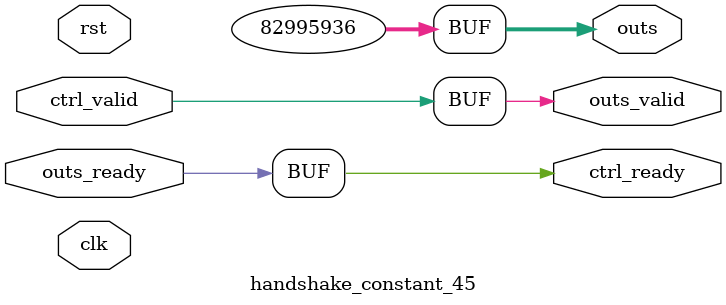
<source format=v>
`timescale 1ns / 1ps
module handshake_constant_45 #(
  parameter DATA_WIDTH = 32  // Default set to 32 bits
) (
  input                       clk,
  input                       rst,
  // Input Channel
  input                       ctrl_valid,
  output                      ctrl_ready,
  // Output Channel
  output [DATA_WIDTH - 1 : 0] outs,
  output                      outs_valid,
  input                       outs_ready
);
  assign outs       = 27'b100111100100110101011100000;
  assign outs_valid = ctrl_valid;
  assign ctrl_ready = outs_ready;

endmodule

</source>
